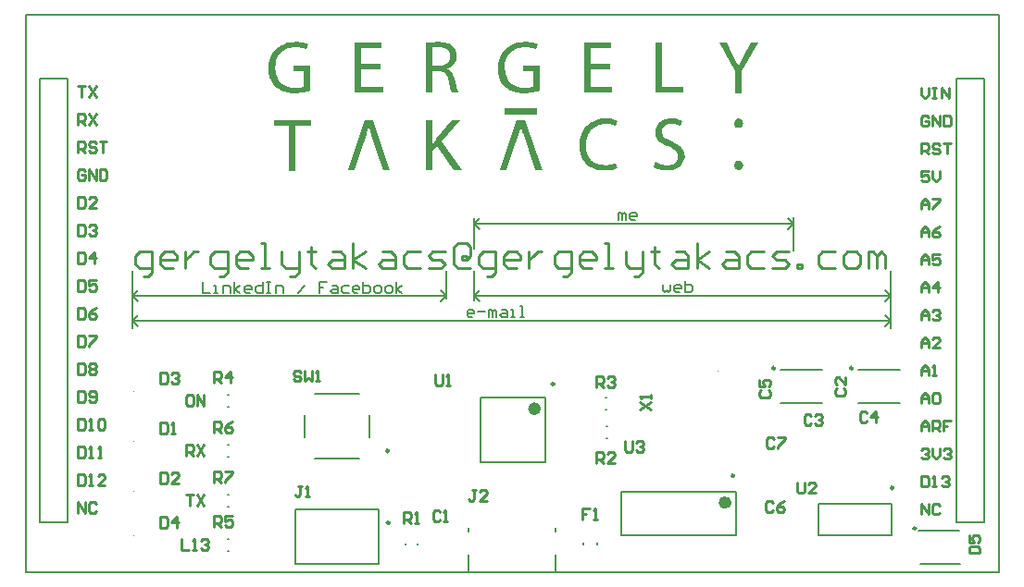
<source format=gto>
G04 Layer_Color=65535*
%FSLAX25Y25*%
%MOIN*%
G70*
G01*
G75*
%ADD29C,0.01000*%
%ADD31C,0.00787*%
%ADD39C,0.00394*%
%ADD40C,0.02362*%
%ADD41C,0.00984*%
%ADD42C,0.00591*%
G36*
X257170Y163468D02*
X257575Y163333D01*
X257912Y163064D01*
X257980Y162996D01*
X258182Y162726D01*
X258317Y162321D01*
X258385Y161849D01*
Y161714D01*
X258317Y161444D01*
X258182Y160971D01*
X257912Y160566D01*
X257845Y160499D01*
X257642Y160364D01*
X257237Y160161D01*
X256765Y160094D01*
X256630D01*
X256360Y160161D01*
X255955Y160296D01*
X255618Y160566D01*
X255550Y160634D01*
X255415Y160904D01*
X255280Y161309D01*
X255213Y161849D01*
Y161984D01*
X255280Y162254D01*
X255415Y162591D01*
X255618Y162996D01*
X255685Y163064D01*
X255955Y163266D01*
X256293Y163468D01*
X256765Y163536D01*
X256900D01*
X257170Y163468D01*
D02*
G37*
G36*
X149928Y155235D02*
X157082Y144706D01*
X154315D01*
X148241Y153615D01*
X146554Y151590D01*
Y144706D01*
X144192D01*
Y162861D01*
X146554D01*
Y154155D01*
X146621D01*
X146689Y154222D01*
X146824Y154425D01*
X147026Y154762D01*
X147296Y155100D01*
X147364Y155167D01*
X147566Y155437D01*
X147769Y155775D01*
X147971Y156112D01*
X153573Y162861D01*
X156475D01*
X149928Y155235D01*
D02*
G37*
G36*
X209859Y163468D02*
X210737Y163401D01*
X211614Y163198D01*
X211682D01*
X211817Y163131D01*
X212222Y162996D01*
X212694Y162861D01*
X213099Y162659D01*
X212559Y160769D01*
X212424Y160836D01*
X212154Y160971D01*
X211682Y161174D01*
X211007Y161309D01*
X210939D01*
X210872Y161376D01*
X210669D01*
X210399Y161444D01*
X209724Y161511D01*
X208375D01*
X207767Y161376D01*
X207025Y161241D01*
X206215Y161039D01*
X205338Y160634D01*
X204528Y160161D01*
X203718Y159486D01*
X203650Y159419D01*
X203448Y159149D01*
X203110Y158677D01*
X202773Y158069D01*
X202368Y157327D01*
X202098Y156382D01*
X201828Y155235D01*
X201761Y154020D01*
Y153952D01*
Y153885D01*
Y153480D01*
X201828Y152873D01*
X201963Y152063D01*
X202233Y151253D01*
X202503Y150308D01*
X202975Y149431D01*
X203583Y148621D01*
X203650Y148553D01*
X203920Y148351D01*
X204393Y148013D01*
X204933Y147676D01*
X205675Y147271D01*
X206620Y147001D01*
X207632Y146731D01*
X208847Y146663D01*
X209454D01*
X210129Y146731D01*
X210872Y146866D01*
X210939D01*
X211074Y146933D01*
X211479Y147068D01*
X212087Y147271D01*
X212627Y147473D01*
X213099Y145584D01*
X212964Y145516D01*
X212627Y145381D01*
X212019Y145179D01*
X211209Y144976D01*
X211142D01*
X211007Y144909D01*
X210737D01*
X210399Y144841D01*
X209994Y144774D01*
X209454D01*
X208307Y144706D01*
X207970D01*
X207700Y144774D01*
X206957Y144841D01*
X206080Y144976D01*
X205068Y145314D01*
X203988Y145719D01*
X202908Y146258D01*
X201896Y147068D01*
X201761Y147203D01*
X201491Y147541D01*
X201086Y148081D01*
X200613Y148823D01*
X200141Y149768D01*
X199736Y150915D01*
X199466Y152333D01*
X199331Y153885D01*
Y153952D01*
Y154087D01*
Y154290D01*
X199398Y154627D01*
X199466Y155370D01*
X199668Y156382D01*
X200006Y157462D01*
X200411Y158609D01*
X201086Y159757D01*
X201963Y160836D01*
X202098Y160971D01*
X202435Y161241D01*
X203043Y161714D01*
X203785Y162186D01*
X204798Y162659D01*
X206012Y163131D01*
X207362Y163401D01*
X208847Y163536D01*
X209454D01*
X209859Y163468D01*
D02*
G37*
G36*
X233346D02*
X234156Y163401D01*
X234966Y163198D01*
X235033D01*
X235168Y163131D01*
X235573Y162996D01*
X236113Y162861D01*
X236585Y162591D01*
X235978Y160701D01*
X235911Y160769D01*
X235573Y160836D01*
X235168Y161039D01*
X234561Y161241D01*
X234493D01*
X234426Y161309D01*
X234223Y161376D01*
X234021Y161444D01*
X233346Y161511D01*
X232469Y161579D01*
X232199D01*
X231861Y161511D01*
X231456Y161444D01*
X230579Y161174D01*
X230174Y160971D01*
X229836Y160634D01*
Y160566D01*
X229701Y160499D01*
X229432Y160094D01*
X229162Y159486D01*
X229094Y159149D01*
X229027Y158812D01*
Y158744D01*
Y158609D01*
X229094Y158339D01*
X229162Y158069D01*
X229432Y157394D01*
X229634Y157057D01*
X229904Y156787D01*
X229971D01*
X230106Y156652D01*
X230309Y156517D01*
X230579Y156315D01*
X230984Y156112D01*
X231456Y155842D01*
X231996Y155572D01*
X232671Y155302D01*
X232806Y155235D01*
X233076Y155167D01*
X233481Y154965D01*
X233953Y154695D01*
X235101Y154020D01*
X235641Y153615D01*
X236113Y153142D01*
X236180Y153075D01*
X236315Y152940D01*
X236518Y152670D01*
X236720Y152265D01*
X236923Y151860D01*
X237125Y151320D01*
X237260Y150645D01*
X237328Y149970D01*
Y149903D01*
Y149633D01*
X237260Y149228D01*
X237125Y148756D01*
X236923Y148148D01*
X236653Y147541D01*
X236248Y146866D01*
X235708Y146258D01*
X235641Y146191D01*
X235438Y145989D01*
X235033Y145786D01*
X234561Y145516D01*
X233886Y145179D01*
X233076Y144976D01*
X232131Y144774D01*
X230984Y144706D01*
X230511D01*
X230174Y144774D01*
X229296Y144841D01*
X228284Y145044D01*
X228217D01*
X228082Y145111D01*
X227812Y145179D01*
X227542Y145246D01*
X226934Y145516D01*
X226327Y145853D01*
X226867Y147878D01*
X226934D01*
X227002Y147811D01*
X227407Y147541D01*
X228014Y147271D01*
X228757Y146933D01*
X228824D01*
X228959Y146866D01*
X229162Y146798D01*
X229499D01*
X230241Y146663D01*
X231119Y146596D01*
X231389D01*
X231726Y146663D01*
X232131Y146731D01*
X233008Y147001D01*
X233481Y147203D01*
X233886Y147473D01*
X233953Y147541D01*
X234021Y147608D01*
X234223Y147811D01*
X234426Y148081D01*
X234763Y148823D01*
X234831Y149295D01*
X234898Y149768D01*
Y149835D01*
Y149970D01*
X234831Y150240D01*
Y150510D01*
X234561Y151185D01*
X234358Y151523D01*
X234088Y151860D01*
Y151928D01*
X233953Y151995D01*
X233751Y152130D01*
X233481Y152333D01*
X233143Y152603D01*
X232671Y152873D01*
X232131Y153142D01*
X231524Y153412D01*
X231456Y153480D01*
X231186Y153547D01*
X230781Y153682D01*
X230241Y153952D01*
X229094Y154560D01*
X228487Y154965D01*
X227947Y155370D01*
X227879Y155437D01*
X227744Y155572D01*
X227542Y155842D01*
X227339Y156247D01*
X227069Y156652D01*
X226867Y157192D01*
X226732Y157867D01*
X226664Y158542D01*
Y158609D01*
Y158879D01*
X226732Y159284D01*
X226867Y159824D01*
X227069Y160364D01*
X227339Y160971D01*
X227744Y161579D01*
X228284Y162119D01*
X228352Y162186D01*
X228554Y162321D01*
X228959Y162591D01*
X229432Y162861D01*
X230039Y163064D01*
X230781Y163333D01*
X231591Y163468D01*
X232536Y163536D01*
X233008D01*
X233346Y163468D01*
D02*
G37*
G36*
X131234Y144706D02*
X128736D01*
X126307Y152333D01*
X124552Y157394D01*
X124349Y158069D01*
X124215Y158609D01*
X124080Y159014D01*
X124012Y159082D01*
Y159149D01*
X123877Y159757D01*
X123742Y160296D01*
X123675Y160634D01*
X123607Y160701D01*
Y160769D01*
X123540D01*
X123405Y160161D01*
X123202Y159689D01*
X123135Y159284D01*
X123067Y159217D01*
Y159149D01*
X122932Y158542D01*
X122797Y158002D01*
X122730Y157597D01*
X122662Y157529D01*
Y157462D01*
X120840Y152198D01*
X118410Y144706D01*
X116116D01*
X122257Y162794D01*
X125024D01*
X131234Y144706D01*
D02*
G37*
G36*
X102820Y160836D02*
X97286D01*
Y144639D01*
X94924D01*
Y160836D01*
X89390D01*
Y162794D01*
X102820D01*
Y160836D01*
D02*
G37*
G36*
X257170Y148216D02*
X257575Y148081D01*
X257912Y147811D01*
X257980Y147743D01*
X258182Y147473D01*
X258317Y147068D01*
X258385Y146528D01*
Y146394D01*
X258317Y146124D01*
X258182Y145719D01*
X257912Y145314D01*
X257845Y145246D01*
X257642Y145111D01*
X257237Y144909D01*
X256765Y144841D01*
X256630D01*
X256360Y144909D01*
X255955Y145044D01*
X255618Y145314D01*
X255550Y145381D01*
X255415Y145651D01*
X255280Y146056D01*
X255213Y146528D01*
Y146596D01*
Y146663D01*
X255280Y147001D01*
X255415Y147406D01*
X255618Y147811D01*
X255685Y147878D01*
X255955Y148081D01*
X256293Y148216D01*
X256765Y148283D01*
X256900D01*
X257170Y148216D01*
D02*
G37*
G36*
X186035Y144706D02*
X183538D01*
X181041Y152333D01*
X179354Y157394D01*
X179151Y158069D01*
X178949Y158609D01*
X178814Y159014D01*
X178746Y159082D01*
Y159149D01*
X178612Y159757D01*
X178477Y160296D01*
X178409Y160634D01*
X178341Y160701D01*
Y160769D01*
X178274D01*
X178139Y160161D01*
X178004Y159689D01*
X177937Y159284D01*
X177869Y159217D01*
Y159149D01*
X177734Y158542D01*
X177532Y158002D01*
X177464Y157597D01*
X177397Y157529D01*
Y157462D01*
X175642Y152198D01*
X173280Y144706D01*
X170850D01*
X176992Y162794D01*
X179826D01*
X186035Y144706D01*
D02*
G37*
G36*
X184281Y165021D02*
X172605D01*
Y167045D01*
X184281D01*
Y165021D01*
D02*
G37*
G36*
X257845Y180408D02*
Y172647D01*
X255415D01*
Y180408D01*
X249678Y190869D01*
X252378D01*
X254875Y185875D01*
Y185808D01*
X254943Y185673D01*
X255078Y185470D01*
X255213Y185200D01*
X255483Y184593D01*
X255820Y183918D01*
Y183850D01*
X255888Y183783D01*
X256090Y183378D01*
X256360Y182771D01*
X256697Y182096D01*
X256765D01*
Y182163D01*
X256832Y182231D01*
X256967Y182703D01*
X257237Y183243D01*
X257575Y183918D01*
Y183985D01*
X257642Y184053D01*
X257912Y184525D01*
X258250Y185133D01*
X258587Y185875D01*
X261219Y190869D01*
X263919D01*
X257845Y180408D01*
D02*
G37*
G36*
X99176Y191004D02*
X100053Y190869D01*
X100121D01*
X100256Y190802D01*
X100458D01*
X100728Y190667D01*
X101336Y190532D01*
X101808Y190262D01*
X101268Y188372D01*
X101133Y188440D01*
X100795Y188575D01*
X100256Y188777D01*
X99581Y188912D01*
X99513D01*
X99446Y188980D01*
X99243D01*
X98973Y189047D01*
X98231Y189115D01*
X97286Y189182D01*
X96746D01*
X96139Y189115D01*
X95329Y188912D01*
X94519Y188710D01*
X93574Y188372D01*
X92697Y187900D01*
X91887Y187225D01*
X91819Y187157D01*
X91617Y186888D01*
X91279Y186415D01*
X90942Y185875D01*
X90537Y185065D01*
X90267Y184120D01*
X89997Y183040D01*
X89930Y181826D01*
Y181758D01*
Y181691D01*
Y181286D01*
X90065Y180611D01*
X90200Y179868D01*
X90402Y178991D01*
X90740Y178114D01*
X91212Y177236D01*
X91819Y176426D01*
X91887Y176359D01*
X92157Y176156D01*
X92629Y175819D01*
X93237Y175482D01*
X93979Y175144D01*
X94856Y174807D01*
X95869Y174604D01*
X97016Y174537D01*
X97691D01*
X98298Y174604D01*
X98906Y174672D01*
X99041D01*
X99378Y174739D01*
X99783Y174874D01*
X100121Y175009D01*
Y180408D01*
X96341D01*
Y182366D01*
X102415D01*
Y173524D01*
X102348D01*
X102280Y173457D01*
X102078D01*
X101808Y173322D01*
X101470Y173255D01*
X101133Y173187D01*
X100121Y172917D01*
X100053D01*
X99851Y172850D01*
X99581Y172782D01*
X99176D01*
X98636Y172715D01*
X98096Y172647D01*
X96746Y172580D01*
X96004D01*
X95531Y172647D01*
X94991Y172715D01*
X94384Y172782D01*
X93034Y173119D01*
X92967D01*
X92764Y173255D01*
X92427Y173389D01*
X92022Y173524D01*
X91009Y174132D01*
X90470Y174469D01*
X89997Y174942D01*
X89930Y175009D01*
X89795Y175144D01*
X89592Y175414D01*
X89322Y175752D01*
X89052Y176156D01*
X88715Y176629D01*
X88377Y177236D01*
X88107Y177844D01*
Y177911D01*
X87972Y178181D01*
X87905Y178519D01*
X87770Y178991D01*
X87635Y179598D01*
X87568Y180206D01*
X87432Y181691D01*
Y181758D01*
Y181893D01*
Y182096D01*
X87500Y182366D01*
X87568Y183108D01*
X87770Y184053D01*
X88107Y185133D01*
X88580Y186280D01*
X89255Y187427D01*
X90132Y188440D01*
X90267Y188575D01*
X90605Y188845D01*
X91212Y189317D01*
X92022Y189789D01*
X93034Y190262D01*
X94317Y190734D01*
X95734Y191004D01*
X97354Y191139D01*
X98298D01*
X99176Y191004D01*
D02*
G37*
G36*
X181783D02*
X182728Y190869D01*
X182796D01*
X182931Y190802D01*
X183133D01*
X183403Y190667D01*
X183943Y190532D01*
X184483Y190262D01*
X183876Y188372D01*
X183741Y188440D01*
X183403Y188575D01*
X182863Y188777D01*
X182188Y188912D01*
X182121D01*
X182053Y188980D01*
X181851D01*
X181581Y189047D01*
X180839Y189115D01*
X179894Y189182D01*
X179354D01*
X178746Y189115D01*
X178004Y188912D01*
X177127Y188710D01*
X176249Y188372D01*
X175372Y187900D01*
X174562Y187225D01*
X174495Y187157D01*
X174225Y186888D01*
X173955Y186415D01*
X173550Y185875D01*
X173212Y185065D01*
X172875Y184120D01*
X172605Y183040D01*
X172537Y181826D01*
Y181758D01*
Y181691D01*
Y181286D01*
X172672Y180611D01*
X172807Y179868D01*
X173010Y178991D01*
X173347Y178114D01*
X173820Y177236D01*
X174495Y176426D01*
X174562Y176359D01*
X174832Y176156D01*
X175304Y175819D01*
X175844Y175482D01*
X176587Y175144D01*
X177464Y174807D01*
X178477Y174604D01*
X179624Y174537D01*
X180299D01*
X180906Y174604D01*
X181514Y174672D01*
X181649D01*
X181986Y174739D01*
X182391Y174874D01*
X182728Y175009D01*
Y180408D01*
X179016D01*
Y182366D01*
X185023D01*
Y173524D01*
X184888Y173457D01*
X184686D01*
X184483Y173322D01*
X184146Y173255D01*
X183741Y173187D01*
X183268Y173052D01*
X182728Y172917D01*
X182661D01*
X182458Y172850D01*
X182188Y172782D01*
X181783D01*
X181244Y172715D01*
X180704Y172647D01*
X179421Y172580D01*
X178679D01*
X178207Y172647D01*
X177599Y172715D01*
X176992Y172782D01*
X175642Y173119D01*
X175575D01*
X175372Y173255D01*
X175034Y173389D01*
X174630Y173524D01*
X173685Y174132D01*
X173145Y174469D01*
X172605Y174942D01*
X172537Y175009D01*
X172402Y175144D01*
X172200Y175414D01*
X171930Y175752D01*
X171660Y176156D01*
X171323Y176629D01*
X170985Y177236D01*
X170715Y177844D01*
Y177911D01*
X170580Y178181D01*
X170513Y178519D01*
X170378Y178991D01*
X170243Y179598D01*
X170175Y180206D01*
X170040Y181691D01*
Y181758D01*
Y181893D01*
Y182096D01*
X170108Y182366D01*
X170175Y183108D01*
X170378Y184053D01*
X170715Y185133D01*
X171188Y186280D01*
X171862Y187427D01*
X172740Y188440D01*
X172875Y188575D01*
X173212Y188845D01*
X173820Y189317D01*
X174630Y189789D01*
X175642Y190262D01*
X176924Y190734D01*
X178341Y191004D01*
X179961Y191139D01*
X180906D01*
X181783Y191004D01*
D02*
G37*
G36*
X229094Y174739D02*
X236855D01*
Y172715D01*
X226732D01*
Y190937D01*
X229094D01*
Y174739D01*
D02*
G37*
G36*
X149726Y191004D02*
X150738Y190937D01*
X151278Y190802D01*
X151751Y190667D01*
X151818D01*
X151953Y190599D01*
X152223Y190532D01*
X152493Y190397D01*
X153168Y190059D01*
X153843Y189587D01*
X153910D01*
X153978Y189452D01*
X154248Y189182D01*
X154585Y188710D01*
X154922Y188035D01*
Y187967D01*
X154990Y187900D01*
X155125Y187495D01*
X155260Y186888D01*
X155327Y186145D01*
Y186078D01*
Y185875D01*
X155260Y185538D01*
X155192Y185065D01*
X155058Y184593D01*
X154922Y184120D01*
X154653Y183580D01*
X154315Y183108D01*
X154248Y183040D01*
X154113Y182905D01*
X153910Y182703D01*
X153640Y182501D01*
X152898Y181893D01*
X151953Y181421D01*
Y181353D01*
X152020D01*
X152155Y181286D01*
X152560Y181083D01*
X153033Y180678D01*
X153573Y180071D01*
Y180003D01*
X153708Y179936D01*
X153775Y179666D01*
X153978Y179396D01*
X154315Y178654D01*
X154585Y177709D01*
Y177641D01*
X154653Y177371D01*
X154720Y177034D01*
X154855Y176629D01*
X155125Y175549D01*
X155327Y174537D01*
Y174469D01*
X155395Y174334D01*
X155462Y174132D01*
X155530Y173862D01*
X155732Y173255D01*
X155867Y172917D01*
X156002Y172715D01*
X153505D01*
X153438Y172782D01*
X153370Y173052D01*
X153168Y173524D01*
X153100Y173862D01*
X152965Y174267D01*
Y174334D01*
X152898Y174469D01*
Y174739D01*
X152763Y175077D01*
X152695Y175482D01*
X152628Y175954D01*
X152358Y177101D01*
Y177169D01*
X152290Y177439D01*
X152155Y177776D01*
X152020Y178181D01*
X151616Y179059D01*
X151413Y179464D01*
X151076Y179801D01*
X151008Y179868D01*
X150941Y179936D01*
X150738Y180071D01*
X150468Y180206D01*
X150131Y180341D01*
X149726Y180476D01*
X149186Y180611D01*
X146486D01*
Y172782D01*
X144124D01*
Y190734D01*
X144259D01*
X144462Y190802D01*
X144731D01*
X145406Y190869D01*
X146216Y190937D01*
X146419D01*
X146689Y191004D01*
X146959D01*
X147701Y191072D01*
X149253D01*
X149726Y191004D01*
D02*
G37*
G36*
X128264Y188980D02*
X120705D01*
Y183243D01*
X127859D01*
Y181286D01*
X120773D01*
Y174739D01*
X128669D01*
Y172715D01*
X118410D01*
Y190937D01*
X128264D01*
Y188980D01*
D02*
G37*
G36*
X210804D02*
X203380D01*
Y183243D01*
X210399D01*
Y181286D01*
X203380D01*
Y174739D01*
X211209D01*
Y172715D01*
X201018D01*
Y190937D01*
X210804D01*
Y188980D01*
D02*
G37*
%LPC*%
G36*
X149456Y189250D02*
X147769D01*
X147296Y189182D01*
X147229D01*
X147026Y189115D01*
X146756D01*
X146486Y189047D01*
Y182433D01*
X149253D01*
X149523Y182501D01*
X149996Y182568D01*
X150941Y182838D01*
X151413Y183040D01*
X151818Y183310D01*
X151885Y183378D01*
X152020Y183513D01*
X152155Y183715D01*
X152425Y183985D01*
X152628Y184323D01*
X152763Y184795D01*
X152898Y185335D01*
X152965Y185875D01*
Y185943D01*
Y186145D01*
X152898Y186483D01*
X152830Y186888D01*
X152695Y187292D01*
X152425Y187697D01*
X152155Y188102D01*
X151751Y188440D01*
X151683Y188507D01*
X151548Y188575D01*
X151278Y188710D01*
X150941Y188845D01*
X150536Y188980D01*
X150063Y189115D01*
X149456Y189250D01*
D02*
G37*
%LPD*%
D29*
X221064Y58500D02*
X225000Y61124D01*
X221064D02*
X225000Y58500D01*
Y62436D02*
Y63748D01*
Y63092D01*
X221064D01*
X221720Y62436D01*
X215934Y47118D02*
Y43839D01*
X216590Y43183D01*
X217902D01*
X218558Y43839D01*
Y47118D01*
X219869Y46462D02*
X220526Y47118D01*
X221837D01*
X222493Y46462D01*
Y45806D01*
X221837Y45151D01*
X221181D01*
X221837D01*
X222493Y44495D01*
Y43839D01*
X221837Y43183D01*
X220526D01*
X219869Y43839D01*
X277803Y32304D02*
Y29024D01*
X278459Y28368D01*
X279771D01*
X280427Y29024D01*
Y32304D01*
X284363Y28368D02*
X281739D01*
X284363Y30992D01*
Y31648D01*
X283707Y32304D01*
X282395D01*
X281739Y31648D01*
X147600Y71117D02*
Y67837D01*
X148256Y67181D01*
X149568D01*
X150224Y67837D01*
Y71117D01*
X151536Y67181D02*
X152848D01*
X152192D01*
Y71117D01*
X151536Y70461D01*
X99227Y71997D02*
X98571Y72654D01*
X97259D01*
X96603Y71997D01*
Y71342D01*
X97259Y70686D01*
X98571D01*
X99227Y70030D01*
Y69374D01*
X98571Y68718D01*
X97259D01*
X96603Y69374D01*
X100539Y72654D02*
Y68718D01*
X101851Y70030D01*
X103163Y68718D01*
Y72654D01*
X104475Y68718D02*
X105787D01*
X105131D01*
Y72654D01*
X104475Y71997D01*
X67916Y32227D02*
Y36163D01*
X69884D01*
X70540Y35507D01*
Y34195D01*
X69884Y33539D01*
X67916D01*
X69228D02*
X70540Y32227D01*
X71852Y36163D02*
X74476D01*
Y35507D01*
X71852Y32883D01*
Y32227D01*
X67931Y50250D02*
Y54186D01*
X69899D01*
X70555Y53530D01*
Y52218D01*
X69899Y51562D01*
X67931D01*
X69243D02*
X70555Y50250D01*
X74490Y54186D02*
X73178Y53530D01*
X71867Y52218D01*
Y50906D01*
X72522Y50250D01*
X73834D01*
X74490Y50906D01*
Y51562D01*
X73834Y52218D01*
X71867D01*
X67901Y16227D02*
Y20163D01*
X69869D01*
X70525Y19507D01*
Y18195D01*
X69869Y17539D01*
X67901D01*
X69213D02*
X70525Y16227D01*
X74461Y20163D02*
X71837D01*
Y18195D01*
X73149Y18851D01*
X73805D01*
X74461Y18195D01*
Y16883D01*
X73805Y16227D01*
X72493D01*
X71837Y16883D01*
X67924Y68227D02*
Y72163D01*
X69892D01*
X70548Y71507D01*
Y70195D01*
X69892Y69539D01*
X67924D01*
X69236D02*
X70548Y68227D01*
X73828D02*
Y72163D01*
X71860Y70195D01*
X74484D01*
X205600Y66500D02*
Y70436D01*
X207568D01*
X208224Y69780D01*
Y68468D01*
X207568Y67812D01*
X205600D01*
X206912D02*
X208224Y66500D01*
X209536Y69780D02*
X210192Y70436D01*
X211504D01*
X212160Y69780D01*
Y69124D01*
X211504Y68468D01*
X210848D01*
X211504D01*
X212160Y67812D01*
Y67156D01*
X211504Y66500D01*
X210192D01*
X209536Y67156D01*
X205600Y39200D02*
Y43136D01*
X207568D01*
X208224Y42480D01*
Y41168D01*
X207568Y40512D01*
X205600D01*
X206912D02*
X208224Y39200D01*
X212160D02*
X209536D01*
X212160Y41824D01*
Y42480D01*
X211504Y43136D01*
X210192D01*
X209536Y42480D01*
X136300Y17655D02*
Y21591D01*
X138268D01*
X138924Y20935D01*
Y19623D01*
X138268Y18967D01*
X136300D01*
X137612D02*
X138924Y17655D01*
X140236D02*
X141548D01*
X140892D01*
Y21591D01*
X140236Y20935D01*
X162224Y29436D02*
X160912D01*
X161568D01*
Y26156D01*
X160912Y25500D01*
X160256D01*
X159600Y26156D01*
X166160Y25500D02*
X163536D01*
X166160Y28124D01*
Y28780D01*
X165504Y29436D01*
X164192D01*
X163536Y28780D01*
X99624Y30986D02*
X98312D01*
X98968D01*
Y27706D01*
X98312Y27050D01*
X97656D01*
X97000Y27706D01*
X100936Y27050D02*
X102248D01*
X101592D01*
Y30986D01*
X100936Y30330D01*
X203124Y22936D02*
X200500D01*
Y20968D01*
X201812D01*
X200500D01*
Y19000D01*
X204436D02*
X205748D01*
X205092D01*
Y22936D01*
X204436Y22280D01*
X339664Y6700D02*
X343600D01*
Y8668D01*
X342944Y9324D01*
X340320D01*
X339664Y8668D01*
Y6700D01*
Y13260D02*
Y10636D01*
X341632D01*
X340976Y11948D01*
Y12604D01*
X341632Y13260D01*
X342944D01*
X343600Y12604D01*
Y11292D01*
X342944Y10636D01*
X48576Y19736D02*
Y15800D01*
X50543D01*
X51199Y16456D01*
Y19080D01*
X50543Y19736D01*
X48576D01*
X54479Y15800D02*
Y19736D01*
X52511Y17768D01*
X55135D01*
X48576Y71736D02*
Y67800D01*
X50543D01*
X51199Y68456D01*
Y71080D01*
X50543Y71736D01*
X48576D01*
X52511Y71080D02*
X53167Y71736D01*
X54479D01*
X55135Y71080D01*
Y70424D01*
X54479Y69768D01*
X53823D01*
X54479D01*
X55135Y69112D01*
Y68456D01*
X54479Y67800D01*
X53167D01*
X52511Y68456D01*
X48576Y35736D02*
Y31800D01*
X50543D01*
X51199Y32456D01*
Y35080D01*
X50543Y35736D01*
X48576D01*
X55135Y31800D02*
X52511D01*
X55135Y34424D01*
Y35080D01*
X54479Y35736D01*
X53167D01*
X52511Y35080D01*
X48576Y53736D02*
Y49800D01*
X50543D01*
X51199Y50456D01*
Y53080D01*
X50543Y53736D01*
X48576D01*
X52511Y49800D02*
X53823D01*
X53167D01*
Y53736D01*
X52511Y53080D01*
X269524Y47780D02*
X268868Y48436D01*
X267556D01*
X266900Y47780D01*
Y45156D01*
X267556Y44500D01*
X268868D01*
X269524Y45156D01*
X270836Y48436D02*
X273460D01*
Y47780D01*
X270836Y45156D01*
Y44500D01*
X269124Y24773D02*
X268468Y25429D01*
X267156D01*
X266500Y24773D01*
Y22149D01*
X267156Y21493D01*
X268468D01*
X269124Y22149D01*
X273060Y25429D02*
X271748Y24773D01*
X270436Y23461D01*
Y22149D01*
X271092Y21493D01*
X272404D01*
X273060Y22149D01*
Y22805D01*
X272404Y23461D01*
X270436D01*
X264720Y65424D02*
X264064Y64768D01*
Y63456D01*
X264720Y62800D01*
X267344D01*
X268000Y63456D01*
Y64768D01*
X267344Y65424D01*
X264064Y69360D02*
Y66736D01*
X266032D01*
X265376Y68048D01*
Y68704D01*
X266032Y69360D01*
X267344D01*
X268000Y68704D01*
Y67392D01*
X267344Y66736D01*
X302986Y57169D02*
X302330Y57824D01*
X301018D01*
X300362Y57169D01*
Y54545D01*
X301018Y53889D01*
X302330D01*
X302986Y54545D01*
X306266Y53889D02*
Y57824D01*
X304298Y55857D01*
X306922D01*
X282970Y56147D02*
X282314Y56804D01*
X281002D01*
X280346Y56147D01*
Y53524D01*
X281002Y52868D01*
X282314D01*
X282970Y53524D01*
X284282Y56147D02*
X284938Y56804D01*
X286250D01*
X286906Y56147D01*
Y55492D01*
X286250Y54836D01*
X285594D01*
X286250D01*
X286906Y54180D01*
Y53524D01*
X286250Y52868D01*
X284938D01*
X284282Y53524D01*
X292020Y66224D02*
X291364Y65568D01*
Y64256D01*
X292020Y63600D01*
X294644D01*
X295300Y64256D01*
Y65568D01*
X294644Y66224D01*
X295300Y70160D02*
Y67536D01*
X292676Y70160D01*
X292020D01*
X291364Y69504D01*
Y68192D01*
X292020Y67536D01*
X149324Y21536D02*
X148668Y22192D01*
X147356D01*
X146700Y21536D01*
Y18913D01*
X147356Y18257D01*
X148668D01*
X149324Y18913D01*
X150636Y18257D02*
X151948D01*
X151292D01*
Y22192D01*
X150636Y21536D01*
X42518Y106483D02*
X44026D01*
X45535Y107991D01*
Y115535D01*
X41009D01*
X39500Y114026D01*
Y111009D01*
X41009Y109500D01*
X45535D01*
X53078D02*
X50061D01*
X48552Y111009D01*
Y114026D01*
X50061Y115535D01*
X53078D01*
X54587Y114026D01*
Y112517D01*
X48552D01*
X57604Y115535D02*
Y109500D01*
Y112517D01*
X59113Y114026D01*
X60622Y115535D01*
X62130D01*
X69674Y106483D02*
X71183D01*
X72691Y107991D01*
Y115535D01*
X68165D01*
X66657Y114026D01*
Y111009D01*
X68165Y109500D01*
X72691D01*
X80235D02*
X77218D01*
X75709Y111009D01*
Y114026D01*
X77218Y115535D01*
X80235D01*
X81744Y114026D01*
Y112517D01*
X75709D01*
X84761Y109500D02*
X87778D01*
X86270D01*
Y118552D01*
X84761D01*
X92304Y115535D02*
Y111009D01*
X93813Y109500D01*
X98339D01*
Y107991D01*
X96831Y106483D01*
X95322D01*
X98339Y109500D02*
Y115535D01*
X102865Y117044D02*
Y115535D01*
X101357D01*
X104374D01*
X102865D01*
Y111009D01*
X104374Y109500D01*
X110409Y115535D02*
X113426D01*
X114935Y114026D01*
Y109500D01*
X110409D01*
X108900Y111009D01*
X110409Y112517D01*
X114935D01*
X117952Y109500D02*
Y118552D01*
Y112517D02*
X122478Y115535D01*
X117952Y112517D02*
X122478Y109500D01*
X128513Y115535D02*
X131531D01*
X133039Y114026D01*
Y109500D01*
X128513D01*
X127005Y111009D01*
X128513Y112517D01*
X133039D01*
X142092Y115535D02*
X137565D01*
X136057Y114026D01*
Y111009D01*
X137565Y109500D01*
X142092D01*
X145109D02*
X149635D01*
X151144Y111009D01*
X149635Y112517D01*
X146618D01*
X145109Y114026D01*
X146618Y115535D01*
X151144D01*
X158687Y112517D02*
Y114026D01*
X157178D01*
Y112517D01*
X158687D01*
X160196Y114026D01*
Y117044D01*
X158687Y118552D01*
X155670D01*
X154161Y117044D01*
Y111009D01*
X155670Y109500D01*
X160196D01*
X166231Y106483D02*
X167739D01*
X169248Y107991D01*
Y115535D01*
X164722D01*
X163213Y114026D01*
Y111009D01*
X164722Y109500D01*
X169248D01*
X176792D02*
X173774D01*
X172266Y111009D01*
Y114026D01*
X173774Y115535D01*
X176792D01*
X178300Y114026D01*
Y112517D01*
X172266D01*
X181318Y115535D02*
Y109500D01*
Y112517D01*
X182826Y114026D01*
X184335Y115535D01*
X185844D01*
X193387Y106483D02*
X194896D01*
X196405Y107991D01*
Y115535D01*
X191879D01*
X190370Y114026D01*
Y111009D01*
X191879Y109500D01*
X196405D01*
X203948D02*
X200931D01*
X199422Y111009D01*
Y114026D01*
X200931Y115535D01*
X203948D01*
X205457Y114026D01*
Y112517D01*
X199422D01*
X208474Y109500D02*
X211492D01*
X209983D01*
Y118552D01*
X208474D01*
X216018Y115535D02*
Y111009D01*
X217527Y109500D01*
X222053D01*
Y107991D01*
X220544Y106483D01*
X219035D01*
X222053Y109500D02*
Y115535D01*
X226579Y117044D02*
Y115535D01*
X225070D01*
X228087D01*
X226579D01*
Y111009D01*
X228087Y109500D01*
X234122Y115535D02*
X237140D01*
X238648Y114026D01*
Y109500D01*
X234122D01*
X232613Y111009D01*
X234122Y112517D01*
X238648D01*
X241666Y109500D02*
Y118552D01*
Y112517D02*
X246192Y115535D01*
X241666Y112517D02*
X246192Y109500D01*
X252226Y115535D02*
X255244D01*
X256753Y114026D01*
Y109500D01*
X252226D01*
X250718Y111009D01*
X252226Y112517D01*
X256753D01*
X265805Y115535D02*
X261279D01*
X259770Y114026D01*
Y111009D01*
X261279Y109500D01*
X265805D01*
X268822D02*
X273348D01*
X274857Y111009D01*
X273348Y112517D01*
X270331D01*
X268822Y114026D01*
X270331Y115535D01*
X274857D01*
X277874Y109500D02*
Y111009D01*
X279383D01*
Y109500D01*
X277874D01*
X291453Y115535D02*
X286927D01*
X285418Y114026D01*
Y111009D01*
X286927Y109500D01*
X291453D01*
X295979D02*
X298996D01*
X300505Y111009D01*
Y114026D01*
X298996Y115535D01*
X295979D01*
X294470Y114026D01*
Y111009D01*
X295979Y109500D01*
X303522D02*
Y115535D01*
X305031D01*
X306540Y114026D01*
Y109500D01*
Y114026D01*
X308048Y115535D01*
X309557Y114026D01*
Y109500D01*
X322500Y20700D02*
Y24636D01*
X325124Y20700D01*
Y24636D01*
X329060Y23980D02*
X328404Y24636D01*
X327092D01*
X326436Y23980D01*
Y21356D01*
X327092Y20700D01*
X328404D01*
X329060Y21356D01*
X322500Y34636D02*
Y30700D01*
X324468D01*
X325124Y31356D01*
Y33980D01*
X324468Y34636D01*
X322500D01*
X326436Y30700D02*
X327748D01*
X327092D01*
Y34636D01*
X326436Y33980D01*
X329715D02*
X330371Y34636D01*
X331683D01*
X332339Y33980D01*
Y33324D01*
X331683Y32668D01*
X331027D01*
X331683D01*
X332339Y32012D01*
Y31356D01*
X331683Y30700D01*
X330371D01*
X329715Y31356D01*
X322500Y43980D02*
X323156Y44636D01*
X324468D01*
X325124Y43980D01*
Y43324D01*
X324468Y42668D01*
X323812D01*
X324468D01*
X325124Y42012D01*
Y41356D01*
X324468Y40700D01*
X323156D01*
X322500Y41356D01*
X326436Y44636D02*
Y42012D01*
X327748Y40700D01*
X329060Y42012D01*
Y44636D01*
X330371Y43980D02*
X331027Y44636D01*
X332339D01*
X332995Y43980D01*
Y43324D01*
X332339Y42668D01*
X331683D01*
X332339D01*
X332995Y42012D01*
Y41356D01*
X332339Y40700D01*
X331027D01*
X330371Y41356D01*
X322500Y50700D02*
Y53324D01*
X323812Y54636D01*
X325124Y53324D01*
Y50700D01*
Y52668D01*
X322500D01*
X326436Y50700D02*
Y54636D01*
X328404D01*
X329060Y53980D01*
Y52668D01*
X328404Y52012D01*
X326436D01*
X327748D02*
X329060Y50700D01*
X332995Y54636D02*
X330371D01*
Y52668D01*
X331683D01*
X330371D01*
Y50700D01*
X322500Y60700D02*
Y63324D01*
X323812Y64636D01*
X325124Y63324D01*
Y60700D01*
Y62668D01*
X322500D01*
X326436Y63980D02*
X327092Y64636D01*
X328404D01*
X329060Y63980D01*
Y61356D01*
X328404Y60700D01*
X327092D01*
X326436Y61356D01*
Y63980D01*
X322500Y70700D02*
Y73324D01*
X323812Y74636D01*
X325124Y73324D01*
Y70700D01*
Y72668D01*
X322500D01*
X326436Y70700D02*
X327748D01*
X327092D01*
Y74636D01*
X326436Y73980D01*
X322500Y80700D02*
Y83324D01*
X323812Y84636D01*
X325124Y83324D01*
Y80700D01*
Y82668D01*
X322500D01*
X329060Y80700D02*
X326436D01*
X329060Y83324D01*
Y83980D01*
X328404Y84636D01*
X327092D01*
X326436Y83980D01*
X322500Y90700D02*
Y93324D01*
X323812Y94636D01*
X325124Y93324D01*
Y90700D01*
Y92668D01*
X322500D01*
X326436Y93980D02*
X327092Y94636D01*
X328404D01*
X329060Y93980D01*
Y93324D01*
X328404Y92668D01*
X327748D01*
X328404D01*
X329060Y92012D01*
Y91356D01*
X328404Y90700D01*
X327092D01*
X326436Y91356D01*
X322500Y100700D02*
Y103324D01*
X323812Y104636D01*
X325124Y103324D01*
Y100700D01*
Y102668D01*
X322500D01*
X328404Y100700D02*
Y104636D01*
X326436Y102668D01*
X329060D01*
X322500Y110700D02*
Y113324D01*
X323812Y114636D01*
X325124Y113324D01*
Y110700D01*
Y112668D01*
X322500D01*
X329060Y114636D02*
X326436D01*
Y112668D01*
X327748Y113324D01*
X328404D01*
X329060Y112668D01*
Y111356D01*
X328404Y110700D01*
X327092D01*
X326436Y111356D01*
X322500Y120700D02*
Y123324D01*
X323812Y124636D01*
X325124Y123324D01*
Y120700D01*
Y122668D01*
X322500D01*
X329060Y124636D02*
X327748Y123980D01*
X326436Y122668D01*
Y121356D01*
X327092Y120700D01*
X328404D01*
X329060Y121356D01*
Y122012D01*
X328404Y122668D01*
X326436D01*
X322500Y130700D02*
Y133324D01*
X323812Y134636D01*
X325124Y133324D01*
Y130700D01*
Y132668D01*
X322500D01*
X326436Y134636D02*
X329060D01*
Y133980D01*
X326436Y131356D01*
Y130700D01*
X325124Y144636D02*
X322500D01*
Y142668D01*
X323812Y143324D01*
X324468D01*
X325124Y142668D01*
Y141356D01*
X324468Y140700D01*
X323156D01*
X322500Y141356D01*
X326436Y144636D02*
Y142012D01*
X327748Y140700D01*
X329060Y142012D01*
Y144636D01*
X322500Y150700D02*
Y154636D01*
X324468D01*
X325124Y153980D01*
Y152668D01*
X324468Y152012D01*
X322500D01*
X323812D02*
X325124Y150700D01*
X329060Y153980D02*
X328404Y154636D01*
X327092D01*
X326436Y153980D01*
Y153324D01*
X327092Y152668D01*
X328404D01*
X329060Y152012D01*
Y151356D01*
X328404Y150700D01*
X327092D01*
X326436Y151356D01*
X330371Y154636D02*
X332995D01*
X331683D01*
Y150700D01*
X325124Y163980D02*
X324468Y164636D01*
X323156D01*
X322500Y163980D01*
Y161356D01*
X323156Y160700D01*
X324468D01*
X325124Y161356D01*
Y162668D01*
X323812D01*
X326436Y160700D02*
Y164636D01*
X329060Y160700D01*
Y164636D01*
X330371D02*
Y160700D01*
X332339D01*
X332995Y161356D01*
Y163980D01*
X332339Y164636D01*
X330371D01*
X322500Y174636D02*
Y172012D01*
X323812Y170700D01*
X325124Y172012D01*
Y174636D01*
X326436D02*
X327748D01*
X327092D01*
Y170700D01*
X326436D01*
X327748D01*
X329715D02*
Y174636D01*
X332339Y170700D01*
Y174636D01*
X18800Y21100D02*
Y25036D01*
X21424Y21100D01*
Y25036D01*
X25360Y24380D02*
X24704Y25036D01*
X23392D01*
X22736Y24380D01*
Y21756D01*
X23392Y21100D01*
X24704D01*
X25360Y21756D01*
X18800Y35036D02*
Y31100D01*
X20768D01*
X21424Y31756D01*
Y34380D01*
X20768Y35036D01*
X18800D01*
X22736Y31100D02*
X24048D01*
X23392D01*
Y35036D01*
X22736Y34380D01*
X28639Y31100D02*
X26015D01*
X28639Y33724D01*
Y34380D01*
X27983Y35036D01*
X26671D01*
X26015Y34380D01*
X18800Y45036D02*
Y41100D01*
X20768D01*
X21424Y41756D01*
Y44380D01*
X20768Y45036D01*
X18800D01*
X22736Y41100D02*
X24048D01*
X23392D01*
Y45036D01*
X22736Y44380D01*
X26015Y41100D02*
X27327D01*
X26671D01*
Y45036D01*
X26015Y44380D01*
X18800Y55036D02*
Y51100D01*
X20768D01*
X21424Y51756D01*
Y54380D01*
X20768Y55036D01*
X18800D01*
X22736Y51100D02*
X24048D01*
X23392D01*
Y55036D01*
X22736Y54380D01*
X26015D02*
X26671Y55036D01*
X27983D01*
X28639Y54380D01*
Y51756D01*
X27983Y51100D01*
X26671D01*
X26015Y51756D01*
Y54380D01*
X18800Y65036D02*
Y61100D01*
X20768D01*
X21424Y61756D01*
Y64380D01*
X20768Y65036D01*
X18800D01*
X22736Y61756D02*
X23392Y61100D01*
X24704D01*
X25360Y61756D01*
Y64380D01*
X24704Y65036D01*
X23392D01*
X22736Y64380D01*
Y63724D01*
X23392Y63068D01*
X25360D01*
X18800Y75036D02*
Y71100D01*
X20768D01*
X21424Y71756D01*
Y74380D01*
X20768Y75036D01*
X18800D01*
X22736Y74380D02*
X23392Y75036D01*
X24704D01*
X25360Y74380D01*
Y73724D01*
X24704Y73068D01*
X25360Y72412D01*
Y71756D01*
X24704Y71100D01*
X23392D01*
X22736Y71756D01*
Y72412D01*
X23392Y73068D01*
X22736Y73724D01*
Y74380D01*
X23392Y73068D02*
X24704D01*
X18800Y85036D02*
Y81100D01*
X20768D01*
X21424Y81756D01*
Y84380D01*
X20768Y85036D01*
X18800D01*
X22736D02*
X25360D01*
Y84380D01*
X22736Y81756D01*
Y81100D01*
X18800Y95036D02*
Y91100D01*
X20768D01*
X21424Y91756D01*
Y94380D01*
X20768Y95036D01*
X18800D01*
X25360D02*
X24048Y94380D01*
X22736Y93068D01*
Y91756D01*
X23392Y91100D01*
X24704D01*
X25360Y91756D01*
Y92412D01*
X24704Y93068D01*
X22736D01*
X18800Y105036D02*
Y101100D01*
X20768D01*
X21424Y101756D01*
Y104380D01*
X20768Y105036D01*
X18800D01*
X25360D02*
X22736D01*
Y103068D01*
X24048Y103724D01*
X24704D01*
X25360Y103068D01*
Y101756D01*
X24704Y101100D01*
X23392D01*
X22736Y101756D01*
X18800Y115036D02*
Y111100D01*
X20768D01*
X21424Y111756D01*
Y114380D01*
X20768Y115036D01*
X18800D01*
X24704Y111100D02*
Y115036D01*
X22736Y113068D01*
X25360D01*
X18800Y125036D02*
Y121100D01*
X20768D01*
X21424Y121756D01*
Y124380D01*
X20768Y125036D01*
X18800D01*
X22736Y124380D02*
X23392Y125036D01*
X24704D01*
X25360Y124380D01*
Y123724D01*
X24704Y123068D01*
X24048D01*
X24704D01*
X25360Y122412D01*
Y121756D01*
X24704Y121100D01*
X23392D01*
X22736Y121756D01*
X18800Y135036D02*
Y131100D01*
X20768D01*
X21424Y131756D01*
Y134380D01*
X20768Y135036D01*
X18800D01*
X25360Y131100D02*
X22736D01*
X25360Y133724D01*
Y134380D01*
X24704Y135036D01*
X23392D01*
X22736Y134380D01*
X21424Y144380D02*
X20768Y145036D01*
X19456D01*
X18800Y144380D01*
Y141756D01*
X19456Y141100D01*
X20768D01*
X21424Y141756D01*
Y143068D01*
X20112D01*
X22736Y141100D02*
Y145036D01*
X25360Y141100D01*
Y145036D01*
X26671D02*
Y141100D01*
X28639D01*
X29295Y141756D01*
Y144380D01*
X28639Y145036D01*
X26671D01*
X18800Y151100D02*
Y155036D01*
X20768D01*
X21424Y154380D01*
Y153068D01*
X20768Y152412D01*
X18800D01*
X20112D02*
X21424Y151100D01*
X25360Y154380D02*
X24704Y155036D01*
X23392D01*
X22736Y154380D01*
Y153724D01*
X23392Y153068D01*
X24704D01*
X25360Y152412D01*
Y151756D01*
X24704Y151100D01*
X23392D01*
X22736Y151756D01*
X26671Y155036D02*
X29295D01*
X27983D01*
Y151100D01*
X18800Y161100D02*
Y165036D01*
X20768D01*
X21424Y164380D01*
Y163068D01*
X20768Y162412D01*
X18800D01*
X20112D02*
X21424Y161100D01*
X22736Y165036D02*
X25360Y161100D01*
Y165036D02*
X22736Y161100D01*
X18800Y175036D02*
X21424D01*
X20112D01*
Y171100D01*
X22736Y175036D02*
X25360Y171100D01*
Y175036D02*
X22736Y171100D01*
X59711Y63903D02*
X58399D01*
X57743Y63248D01*
Y60624D01*
X58399Y59968D01*
X59711D01*
X60367Y60624D01*
Y63248D01*
X59711Y63903D01*
X61679Y59968D02*
Y63903D01*
X64303Y59968D01*
Y63903D01*
X57743Y41968D02*
Y45904D01*
X59711D01*
X60367Y45248D01*
Y43936D01*
X59711Y43280D01*
X57743D01*
X59055D02*
X60367Y41968D01*
X61679Y45904D02*
X64303Y41968D01*
Y45904D02*
X61679Y41968D01*
X57743Y27904D02*
X60367D01*
X59055D01*
Y23968D01*
X61679Y27904D02*
X64303Y23968D01*
Y27904D02*
X61679Y23968D01*
X56103Y11903D02*
Y7968D01*
X58727D01*
X60039D02*
X61351D01*
X60695D01*
Y11903D01*
X60039Y11248D01*
X63319D02*
X63975Y11903D01*
X65286D01*
X65943Y11248D01*
Y10592D01*
X65286Y9936D01*
X64631D01*
X65286D01*
X65943Y9280D01*
Y8624D01*
X65286Y7968D01*
X63975D01*
X63319Y8624D01*
D31*
X190945Y14602D02*
Y15782D01*
X159449Y0D02*
X190945D01*
Y6334D01*
X159449Y0D02*
Y6334D01*
Y14602D02*
Y15782D01*
X200741Y9747D02*
Y10534D01*
X205859Y9747D02*
Y10534D01*
X141165Y9803D02*
Y10197D01*
X136835Y9803D02*
Y10197D01*
X214465Y13208D02*
Y28956D01*
X255803Y13208D02*
Y28956D01*
X214465Y13208D02*
X255803D01*
X214465Y28956D02*
X255803D01*
X285614Y24379D02*
X311992D01*
X285614Y13356D02*
X311992D01*
Y24379D01*
X285614Y13356D02*
Y24379D01*
X209103Y48134D02*
X209497D01*
X209103Y52465D02*
X209497D01*
X208758Y62865D02*
X209152D01*
X208758Y58534D02*
X209152D01*
X163986Y62795D02*
X187214D01*
X163986Y39567D02*
X187214D01*
Y62795D01*
X163986Y39567D02*
Y62795D01*
X271909Y72773D02*
X286870D01*
X271909Y60962D02*
X286870D01*
X322033Y2700D02*
X336600D01*
X321600Y14700D02*
X336167D01*
X72934Y41635D02*
X73327D01*
X72934Y45965D02*
X73327D01*
X72934Y23634D02*
X73327D01*
X72934Y27965D02*
X73327D01*
X72934Y59635D02*
X73327D01*
X72934Y63965D02*
X73327D01*
X72934Y7634D02*
X73327D01*
X72934Y11965D02*
X73327D01*
X104326Y40709D02*
X120074D01*
X104326Y64292D02*
X120074D01*
X123991Y48563D02*
Y56437D01*
X100409Y48563D02*
Y56437D01*
X97200Y2957D02*
X127200D01*
X97200D02*
Y22643D01*
X127200D01*
Y2957D02*
Y22643D01*
X5200Y17700D02*
Y177700D01*
X15200D01*
Y170200D02*
Y177700D01*
Y17700D02*
Y170200D01*
X5200Y17700D02*
X15200D01*
X299909Y72773D02*
X314870D01*
X299909Y60962D02*
X314870D01*
X335200Y17700D02*
Y177700D01*
X345200D01*
Y170200D02*
Y177700D01*
Y17700D02*
Y170200D01*
X335200Y17700D02*
X345200D01*
X3Y-32D02*
X350397D01*
X3D02*
Y200755D01*
X350397D01*
Y-32D02*
Y200755D01*
D39*
X170276Y25230D02*
G03*
X170276Y25230I-197J0D01*
G01*
X39272Y65194D02*
G03*
X39272Y65194I-197J0D01*
G01*
Y47194D02*
G03*
X39272Y47194I-197J0D01*
G01*
Y29194D02*
G03*
X39272Y29194I-197J0D01*
G01*
Y13194D02*
G03*
X39272Y13194I-197J0D01*
G01*
X249297Y72400D02*
G03*
X249297Y72400I-197J0D01*
G01*
D40*
X253047Y25020D02*
G03*
X253047Y25020I-1181J0D01*
G01*
X184458Y58858D02*
G03*
X184458Y58858I-1181J0D01*
G01*
D41*
X255114Y34665D02*
G03*
X255114Y34665I-492J0D01*
G01*
X312484Y30285D02*
G03*
X312484Y30285I-492J0D01*
G01*
X190364Y67716D02*
G03*
X190364Y67716I-492J0D01*
G01*
X269843Y73462D02*
G03*
X269843Y73462I-492J0D01*
G01*
X320592Y15700D02*
G03*
X320592Y15700I-492J0D01*
G01*
X130802Y43642D02*
G03*
X130802Y43642I-492J0D01*
G01*
X131137Y17702D02*
G03*
X131137Y17702I-492J0D01*
G01*
X297843Y73462D02*
G03*
X297843Y73462I-492J0D01*
G01*
D42*
X274500Y123500D02*
X276500Y125500D01*
X274500Y127500D02*
X276500Y125500D01*
X161500D02*
X163500Y123500D01*
X161500Y125500D02*
X163500Y127500D01*
X161500Y125500D02*
X163500Y127500D01*
X276500Y115900D02*
Y127900D01*
X161500Y125500D02*
X276500D01*
X161500Y116500D02*
Y127500D01*
X309500Y88500D02*
X311500Y90500D01*
X309500Y92500D02*
X311500Y90500D01*
X38500D02*
X40500Y92500D01*
X38500Y90500D02*
X40500Y88500D01*
X38500Y90500D02*
X311500D01*
X149500Y97500D02*
X151500Y99500D01*
X149500Y101500D02*
X151500Y99500D01*
X38500D02*
X40500Y97500D01*
X38500Y99500D02*
X40500Y101500D01*
X38500Y99500D02*
X151500D01*
X38500Y87900D02*
Y108500D01*
X151500Y98500D02*
Y108500D01*
X309500Y97500D02*
X311500Y99500D01*
X309500Y101500D02*
X311500Y99500D01*
X161500D02*
X163500Y97500D01*
X161500Y99500D02*
X163500Y101500D01*
X161500Y99500D02*
X311500D01*
Y87900D02*
Y108500D01*
X161500Y97900D02*
Y108500D01*
X213500Y127000D02*
Y129624D01*
X214156D01*
X214812Y128968D01*
Y127000D01*
Y128968D01*
X215468Y129624D01*
X216124Y128968D01*
Y127000D01*
X219404D02*
X218092D01*
X217436Y127656D01*
Y128968D01*
X218092Y129624D01*
X219404D01*
X220060Y128968D01*
Y128312D01*
X217436D01*
X160968Y92000D02*
X159656D01*
X159000Y92656D01*
Y93968D01*
X159656Y94624D01*
X160968D01*
X161624Y93968D01*
Y93312D01*
X159000D01*
X162936Y93968D02*
X165560D01*
X166872Y92000D02*
Y94624D01*
X167527D01*
X168183Y93968D01*
Y92000D01*
Y93968D01*
X168839Y94624D01*
X169495Y93968D01*
Y92000D01*
X171463Y94624D02*
X172775D01*
X173431Y93968D01*
Y92000D01*
X171463D01*
X170807Y92656D01*
X171463Y93312D01*
X173431D01*
X174743Y92000D02*
X176055D01*
X175399D01*
Y94624D01*
X174743D01*
X178023Y92000D02*
X179335D01*
X178679D01*
Y95936D01*
X178023D01*
X63900Y104536D02*
Y100600D01*
X66524D01*
X67836D02*
X69148D01*
X68492D01*
Y103224D01*
X67836D01*
X71116Y100600D02*
Y103224D01*
X73083D01*
X73739Y102568D01*
Y100600D01*
X75051D02*
Y104536D01*
Y101912D02*
X77019Y103224D01*
X75051Y101912D02*
X77019Y100600D01*
X80955D02*
X79643D01*
X78987Y101256D01*
Y102568D01*
X79643Y103224D01*
X80955D01*
X81611Y102568D01*
Y101912D01*
X78987D01*
X85547Y104536D02*
Y100600D01*
X83579D01*
X82923Y101256D01*
Y102568D01*
X83579Y103224D01*
X85547D01*
X86858Y104536D02*
X88170D01*
X87515D01*
Y100600D01*
X86858D01*
X88170D01*
X90138D02*
Y103224D01*
X92106D01*
X92762Y102568D01*
Y100600D01*
X98010D02*
X100634Y103224D01*
X108505Y104536D02*
X105881D01*
Y102568D01*
X107193D01*
X105881D01*
Y100600D01*
X110473Y103224D02*
X111785D01*
X112441Y102568D01*
Y100600D01*
X110473D01*
X109817Y101256D01*
X110473Y101912D01*
X112441D01*
X116377Y103224D02*
X114409D01*
X113753Y102568D01*
Y101256D01*
X114409Y100600D01*
X116377D01*
X119656D02*
X118344D01*
X117689Y101256D01*
Y102568D01*
X118344Y103224D01*
X119656D01*
X120312Y102568D01*
Y101912D01*
X117689D01*
X121624Y104536D02*
Y100600D01*
X123592D01*
X124248Y101256D01*
Y101912D01*
Y102568D01*
X123592Y103224D01*
X121624D01*
X126216Y100600D02*
X127528D01*
X128184Y101256D01*
Y102568D01*
X127528Y103224D01*
X126216D01*
X125560Y102568D01*
Y101256D01*
X126216Y100600D01*
X130152D02*
X131464D01*
X132120Y101256D01*
Y102568D01*
X131464Y103224D01*
X130152D01*
X129496Y102568D01*
Y101256D01*
X130152Y100600D01*
X133431D02*
Y104536D01*
Y101912D02*
X135399Y103224D01*
X133431Y101912D02*
X135399Y100600D01*
X229500Y103624D02*
Y101656D01*
X230156Y101000D01*
X230812Y101656D01*
X231468Y101000D01*
X232124Y101656D01*
Y103624D01*
X235404Y101000D02*
X234092D01*
X233436Y101656D01*
Y102968D01*
X234092Y103624D01*
X235404D01*
X236060Y102968D01*
Y102312D01*
X233436D01*
X237371Y104936D02*
Y101000D01*
X239339D01*
X239995Y101656D01*
Y102312D01*
Y102968D01*
X239339Y103624D01*
X237371D01*
M02*

</source>
